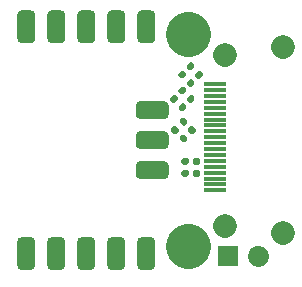
<source format=gbr>
%TF.GenerationSoftware,KiCad,Pcbnew,(5.1.9)-1*%
%TF.CreationDate,2021-02-17T22:30:47-05:00*%
%TF.ProjectId,dvi-sock,6476692d-736f-4636-9b2e-6b696361645f,rev?*%
%TF.SameCoordinates,Original*%
%TF.FileFunction,Soldermask,Top*%
%TF.FilePolarity,Negative*%
%FSLAX46Y46*%
G04 Gerber Fmt 4.6, Leading zero omitted, Abs format (unit mm)*
G04 Created by KiCad (PCBNEW (5.1.9)-1) date 2021-02-17 22:30:47*
%MOMM*%
%LPD*%
G01*
G04 APERTURE LIST*
%ADD10C,3.800000*%
%ADD11C,0.100000*%
%ADD12C,1.800000*%
%ADD13C,0.700000*%
%ADD14C,2.000000*%
%ADD15C,2.100000*%
%ADD16C,1.900000*%
%ADD17R,1.900000X0.300000*%
%ADD18R,1.700000X1.700000*%
%ADD19O,1.700000X1.700000*%
%ADD20C,0.600000*%
G04 APERTURE END LIST*
D10*
X156500000Y-94000000D02*
X156500000Y-94000000D01*
D11*
X156039380Y-79439380D02*
X156039380Y-79439380D01*
X156760620Y-80160620D02*
X156760620Y-80160620D01*
X159900000Y-94800000D02*
X159900000Y-94800000D01*
D12*
X162440000Y-94800000D02*
X162440000Y-94800000D01*
D10*
X156500000Y-76000000D02*
X156500000Y-76000000D01*
D13*
X142840000Y-95500000D02*
X142840000Y-95500000D01*
D11*
X142840000Y-94600000D02*
X142840000Y-94600000D01*
X145380000Y-94600000D02*
X145380000Y-94600000D01*
D13*
X145380000Y-95500000D02*
X145380000Y-95500000D01*
X147920000Y-95500000D02*
X147920000Y-95500000D01*
D11*
X147920000Y-94600000D02*
X147920000Y-94600000D01*
X150460000Y-94600000D02*
X150460000Y-94600000D01*
D13*
X150460000Y-95500000D02*
X150460000Y-95500000D01*
X153000000Y-95500000D02*
X153000000Y-95500000D01*
D11*
X153000000Y-94600000D02*
X153000000Y-94600000D01*
X157250000Y-87810000D02*
X157250000Y-87810000D01*
X157250000Y-86790000D02*
X157250000Y-86790000D01*
X156139380Y-84860620D02*
X156139380Y-84860620D01*
X156860620Y-84139380D02*
X156860620Y-84139380D01*
X156739380Y-78739380D02*
X156739380Y-78739380D01*
X157460620Y-79460620D02*
X157460620Y-79460620D01*
X156300000Y-87810000D02*
X156300000Y-87810000D01*
X156300000Y-86790000D02*
X156300000Y-86790000D01*
X156039380Y-80789380D02*
X156039380Y-80789380D01*
X156760620Y-81510620D02*
X156760620Y-81510620D01*
D13*
X153000000Y-74500000D02*
X153000000Y-74500000D01*
D11*
X153000000Y-75400000D02*
X153000000Y-75400000D01*
X150460000Y-75400000D02*
X150460000Y-75400000D01*
D13*
X150460000Y-74500000D02*
X150460000Y-74500000D01*
X147920000Y-74500000D02*
X147920000Y-74500000D01*
D11*
X147920000Y-75400000D02*
X147920000Y-75400000D01*
D13*
X145380000Y-74500000D02*
X145380000Y-74500000D01*
D11*
X145380000Y-75400000D02*
X145380000Y-75400000D01*
X142840000Y-75400000D02*
X142840000Y-75400000D01*
D13*
X142840000Y-74500000D02*
X142840000Y-74500000D01*
X154400000Y-87540000D02*
X154400000Y-87540000D01*
D11*
X153500000Y-87540000D02*
X153500000Y-87540000D01*
D13*
X154400000Y-85000000D02*
X154400000Y-85000000D01*
D11*
X153500000Y-85000000D02*
X153500000Y-85000000D01*
D13*
X154400000Y-82460000D02*
X154400000Y-82460000D01*
D11*
X153500000Y-82460000D02*
X153500000Y-82460000D01*
X155439380Y-84160620D02*
X155439380Y-84160620D01*
X156160620Y-83439380D02*
X156160620Y-83439380D01*
X158800000Y-80250000D02*
X158800000Y-80250000D01*
X158800000Y-80750000D02*
X158800000Y-80750000D01*
X158800000Y-81250000D02*
X158800000Y-81250000D01*
X158800000Y-81750000D02*
X158800000Y-81750000D01*
X158800000Y-82250000D02*
X158800000Y-82250000D01*
X158800000Y-82750000D02*
X158800000Y-82750000D01*
X158800000Y-83250000D02*
X158800000Y-83250000D01*
X158800000Y-83750000D02*
X158800000Y-83750000D01*
X158800000Y-84250000D02*
X158800000Y-84250000D01*
X158800000Y-84750000D02*
X158800000Y-84750000D01*
X158800000Y-85250000D02*
X158800000Y-85250000D01*
X158800000Y-85750000D02*
X158800000Y-85750000D01*
X158800000Y-86250000D02*
X158800000Y-86250000D01*
X158800000Y-86750000D02*
X158800000Y-86750000D01*
X158800000Y-87250000D02*
X158800000Y-87250000D01*
X158800000Y-87750000D02*
X158800000Y-87750000D01*
X158800000Y-88250000D02*
X158800000Y-88250000D01*
X158800000Y-88750000D02*
X158800000Y-88750000D01*
X158800000Y-89250000D02*
X158800000Y-89250000D01*
D14*
X164600000Y-77150000D02*
X164600000Y-77150000D01*
X159700000Y-77750000D02*
X159700000Y-77750000D01*
X159700000Y-92250000D02*
X159700000Y-92250000D01*
X164600000Y-92850000D02*
X164600000Y-92850000D01*
D11*
X155339380Y-81489380D02*
X155339380Y-81489380D01*
X156060620Y-82210620D02*
X156060620Y-82210620D01*
D15*
%TO.C,REF\u002A\u002A*%
X156500000Y-94000000D03*
%TD*%
%TO.C,REF\u002A\u002A*%
X156500000Y-76000000D03*
%TD*%
D16*
%TO.C,J4*%
X164599960Y-77149400D03*
X164599960Y-92849400D03*
X159699960Y-77749400D03*
X159699960Y-92249400D03*
D17*
X158799960Y-89249400D03*
X158799960Y-88749400D03*
X158799960Y-88249400D03*
X158799960Y-87749400D03*
X158799960Y-87249400D03*
X158799960Y-86749400D03*
X158799960Y-86249400D03*
X158799960Y-85749400D03*
X158799960Y-85249400D03*
X158799960Y-84749400D03*
X158799960Y-84249400D03*
X158799960Y-83749400D03*
X158799960Y-83249400D03*
X158799960Y-82749400D03*
X158799960Y-82249400D03*
X158799960Y-81749400D03*
X158799960Y-81249400D03*
X158799960Y-80749400D03*
X158799960Y-80249400D03*
%TD*%
D18*
%TO.C,J5*%
X159900620Y-94800420D03*
D19*
X162440620Y-94800420D03*
%TD*%
%TO.C,J1*%
G36*
G01*
X142077440Y-95620260D02*
X142077440Y-93582260D01*
G75*
G02*
X142458440Y-93201260I381000J0D01*
G01*
X143220440Y-93201260D01*
G75*
G02*
X143601440Y-93582260I0J-381000D01*
G01*
X143601440Y-95620260D01*
G75*
G02*
X143220440Y-96001260I-381000J0D01*
G01*
X142458440Y-96001260D01*
G75*
G02*
X142077440Y-95620260I0J381000D01*
G01*
G37*
D20*
X142839440Y-95501260D03*
G36*
G01*
X144617440Y-95620260D02*
X144617440Y-93582260D01*
G75*
G02*
X144998440Y-93201260I381000J0D01*
G01*
X145760440Y-93201260D01*
G75*
G02*
X146141440Y-93582260I0J-381000D01*
G01*
X146141440Y-95620260D01*
G75*
G02*
X145760440Y-96001260I-381000J0D01*
G01*
X144998440Y-96001260D01*
G75*
G02*
X144617440Y-95620260I0J381000D01*
G01*
G37*
X145379440Y-95501260D03*
X147919440Y-95501260D03*
G36*
G01*
X147157440Y-95620260D02*
X147157440Y-93582260D01*
G75*
G02*
X147538440Y-93201260I381000J0D01*
G01*
X148300440Y-93201260D01*
G75*
G02*
X148681440Y-93582260I0J-381000D01*
G01*
X148681440Y-95620260D01*
G75*
G02*
X148300440Y-96001260I-381000J0D01*
G01*
X147538440Y-96001260D01*
G75*
G02*
X147157440Y-95620260I0J381000D01*
G01*
G37*
G36*
G01*
X149697440Y-95620260D02*
X149697440Y-93582260D01*
G75*
G02*
X150078440Y-93201260I381000J0D01*
G01*
X150840440Y-93201260D01*
G75*
G02*
X151221440Y-93582260I0J-381000D01*
G01*
X151221440Y-95620260D01*
G75*
G02*
X150840440Y-96001260I-381000J0D01*
G01*
X150078440Y-96001260D01*
G75*
G02*
X149697440Y-95620260I0J381000D01*
G01*
G37*
X150459440Y-95501260D03*
G36*
G01*
X152237440Y-95620260D02*
X152237440Y-93582260D01*
G75*
G02*
X152618440Y-93201260I381000J0D01*
G01*
X153380440Y-93201260D01*
G75*
G02*
X153761440Y-93582260I0J-381000D01*
G01*
X153761440Y-95620260D01*
G75*
G02*
X153380440Y-96001260I-381000J0D01*
G01*
X152618440Y-96001260D01*
G75*
G02*
X152237440Y-95620260I0J381000D01*
G01*
G37*
X152999440Y-95501260D03*
%TD*%
%TO.C,J3*%
X154403860Y-87536020D03*
G36*
G01*
X154522860Y-88298020D02*
X152484860Y-88298020D01*
G75*
G02*
X152103860Y-87917020I0J381000D01*
G01*
X152103860Y-87155020D01*
G75*
G02*
X152484860Y-86774020I381000J0D01*
G01*
X154522860Y-86774020D01*
G75*
G02*
X154903860Y-87155020I0J-381000D01*
G01*
X154903860Y-87917020D01*
G75*
G02*
X154522860Y-88298020I-381000J0D01*
G01*
G37*
G36*
G01*
X154522860Y-85758020D02*
X152484860Y-85758020D01*
G75*
G02*
X152103860Y-85377020I0J381000D01*
G01*
X152103860Y-84615020D01*
G75*
G02*
X152484860Y-84234020I381000J0D01*
G01*
X154522860Y-84234020D01*
G75*
G02*
X154903860Y-84615020I0J-381000D01*
G01*
X154903860Y-85377020D01*
G75*
G02*
X154522860Y-85758020I-381000J0D01*
G01*
G37*
X154403860Y-84996020D03*
G36*
G01*
X154522860Y-83218020D02*
X152484860Y-83218020D01*
G75*
G02*
X152103860Y-82837020I0J381000D01*
G01*
X152103860Y-82075020D01*
G75*
G02*
X152484860Y-81694020I381000J0D01*
G01*
X154522860Y-81694020D01*
G75*
G02*
X154903860Y-82075020I0J-381000D01*
G01*
X154903860Y-82837020D01*
G75*
G02*
X154522860Y-83218020I-381000J0D01*
G01*
G37*
X154403860Y-82456020D03*
%TD*%
%TO.C,J2*%
G36*
G01*
X153763980Y-74381940D02*
X153763980Y-76419940D01*
G75*
G02*
X153382980Y-76800940I-381000J0D01*
G01*
X152620980Y-76800940D01*
G75*
G02*
X152239980Y-76419940I0J381000D01*
G01*
X152239980Y-74381940D01*
G75*
G02*
X152620980Y-74000940I381000J0D01*
G01*
X153382980Y-74000940D01*
G75*
G02*
X153763980Y-74381940I0J-381000D01*
G01*
G37*
X153001980Y-74500940D03*
G36*
G01*
X151223980Y-74381940D02*
X151223980Y-76419940D01*
G75*
G02*
X150842980Y-76800940I-381000J0D01*
G01*
X150080980Y-76800940D01*
G75*
G02*
X149699980Y-76419940I0J381000D01*
G01*
X149699980Y-74381940D01*
G75*
G02*
X150080980Y-74000940I381000J0D01*
G01*
X150842980Y-74000940D01*
G75*
G02*
X151223980Y-74381940I0J-381000D01*
G01*
G37*
X150461980Y-74500940D03*
X147921980Y-74500940D03*
G36*
G01*
X148683980Y-74381940D02*
X148683980Y-76419940D01*
G75*
G02*
X148302980Y-76800940I-381000J0D01*
G01*
X147540980Y-76800940D01*
G75*
G02*
X147159980Y-76419940I0J381000D01*
G01*
X147159980Y-74381940D01*
G75*
G02*
X147540980Y-74000940I381000J0D01*
G01*
X148302980Y-74000940D01*
G75*
G02*
X148683980Y-74381940I0J-381000D01*
G01*
G37*
G36*
G01*
X146143980Y-74381940D02*
X146143980Y-76419940D01*
G75*
G02*
X145762980Y-76800940I-381000J0D01*
G01*
X145000980Y-76800940D01*
G75*
G02*
X144619980Y-76419940I0J381000D01*
G01*
X144619980Y-74381940D01*
G75*
G02*
X145000980Y-74000940I381000J0D01*
G01*
X145762980Y-74000940D01*
G75*
G02*
X146143980Y-74381940I0J-381000D01*
G01*
G37*
X145381980Y-74500940D03*
G36*
G01*
X143603980Y-74381940D02*
X143603980Y-76419940D01*
G75*
G02*
X143222980Y-76800940I-381000J0D01*
G01*
X142460980Y-76800940D01*
G75*
G02*
X142079980Y-76419940I0J381000D01*
G01*
X142079980Y-74381940D01*
G75*
G02*
X142460980Y-74000940I381000J0D01*
G01*
X143222980Y-74000940D01*
G75*
G02*
X143603980Y-74381940I0J-381000D01*
G01*
G37*
X142841980Y-74500940D03*
%TD*%
%TO.C,R8*%
G36*
G01*
X157433860Y-87059800D02*
X157063860Y-87059800D01*
G75*
G02*
X156928860Y-86924800I0J135000D01*
G01*
X156928860Y-86654800D01*
G75*
G02*
X157063860Y-86519800I135000J0D01*
G01*
X157433860Y-86519800D01*
G75*
G02*
X157568860Y-86654800I0J-135000D01*
G01*
X157568860Y-86924800D01*
G75*
G02*
X157433860Y-87059800I-135000J0D01*
G01*
G37*
G36*
G01*
X157433860Y-88079800D02*
X157063860Y-88079800D01*
G75*
G02*
X156928860Y-87944800I0J135000D01*
G01*
X156928860Y-87674800D01*
G75*
G02*
X157063860Y-87539800I135000J0D01*
G01*
X157433860Y-87539800D01*
G75*
G02*
X157568860Y-87674800I0J-135000D01*
G01*
X157568860Y-87944800D01*
G75*
G02*
X157433860Y-88079800I-135000J0D01*
G01*
G37*
%TD*%
%TO.C,R7*%
G36*
G01*
X156483900Y-87059800D02*
X156113900Y-87059800D01*
G75*
G02*
X155978900Y-86924800I0J135000D01*
G01*
X155978900Y-86654800D01*
G75*
G02*
X156113900Y-86519800I135000J0D01*
G01*
X156483900Y-86519800D01*
G75*
G02*
X156618900Y-86654800I0J-135000D01*
G01*
X156618900Y-86924800D01*
G75*
G02*
X156483900Y-87059800I-135000J0D01*
G01*
G37*
G36*
G01*
X156483900Y-88079800D02*
X156113900Y-88079800D01*
G75*
G02*
X155978900Y-87944800I0J135000D01*
G01*
X155978900Y-87674800D01*
G75*
G02*
X156113900Y-87539800I135000J0D01*
G01*
X156483900Y-87539800D01*
G75*
G02*
X156618900Y-87674800I0J-135000D01*
G01*
X156618900Y-87944800D01*
G75*
G02*
X156483900Y-88079800I-135000J0D01*
G01*
G37*
%TD*%
%TO.C,R1*%
G36*
G01*
X157137891Y-79401200D02*
X157399520Y-79139571D01*
G75*
G02*
X157590438Y-79139571I95459J-95459D01*
G01*
X157781357Y-79330490D01*
G75*
G02*
X157781357Y-79521408I-95459J-95459D01*
G01*
X157519728Y-79783037D01*
G75*
G02*
X157328810Y-79783037I-95459J95459D01*
G01*
X157137891Y-79592118D01*
G75*
G02*
X157137891Y-79401200I95459J95459D01*
G01*
G37*
G36*
G01*
X156416643Y-78679952D02*
X156678272Y-78418323D01*
G75*
G02*
X156869190Y-78418323I95459J-95459D01*
G01*
X157060109Y-78609242D01*
G75*
G02*
X157060109Y-78800160I-95459J-95459D01*
G01*
X156798480Y-79061789D01*
G75*
G02*
X156607562Y-79061789I-95459J95459D01*
G01*
X156416643Y-78870870D01*
G75*
G02*
X156416643Y-78679952I95459J95459D01*
G01*
G37*
%TD*%
%TO.C,R2*%
G36*
G01*
X156436851Y-80099700D02*
X156698480Y-79838071D01*
G75*
G02*
X156889398Y-79838071I95459J-95459D01*
G01*
X157080317Y-80028990D01*
G75*
G02*
X157080317Y-80219908I-95459J-95459D01*
G01*
X156818688Y-80481537D01*
G75*
G02*
X156627770Y-80481537I-95459J95459D01*
G01*
X156436851Y-80290618D01*
G75*
G02*
X156436851Y-80099700I95459J95459D01*
G01*
G37*
G36*
G01*
X155715603Y-79378452D02*
X155977232Y-79116823D01*
G75*
G02*
X156168150Y-79116823I95459J-95459D01*
G01*
X156359069Y-79307742D01*
G75*
G02*
X156359069Y-79498660I-95459J-95459D01*
G01*
X156097440Y-79760289D01*
G75*
G02*
X155906522Y-79760289I-95459J95459D01*
G01*
X155715603Y-79569370D01*
G75*
G02*
X155715603Y-79378452I95459J95459D01*
G01*
G37*
%TD*%
%TO.C,R4*%
G36*
G01*
X155738351Y-82149480D02*
X155999980Y-81887851D01*
G75*
G02*
X156190898Y-81887851I95459J-95459D01*
G01*
X156381817Y-82078770D01*
G75*
G02*
X156381817Y-82269688I-95459J-95459D01*
G01*
X156120188Y-82531317D01*
G75*
G02*
X155929270Y-82531317I-95459J95459D01*
G01*
X155738351Y-82340398D01*
G75*
G02*
X155738351Y-82149480I95459J95459D01*
G01*
G37*
G36*
G01*
X155017103Y-81428232D02*
X155278732Y-81166603D01*
G75*
G02*
X155469650Y-81166603I95459J-95459D01*
G01*
X155660569Y-81357522D01*
G75*
G02*
X155660569Y-81548440I-95459J-95459D01*
G01*
X155398940Y-81810069D01*
G75*
G02*
X155208022Y-81810069I-95459J95459D01*
G01*
X155017103Y-81619150D01*
G75*
G02*
X155017103Y-81428232I95459J95459D01*
G01*
G37*
%TD*%
%TO.C,R3*%
G36*
G01*
X156439391Y-81450980D02*
X156701020Y-81189351D01*
G75*
G02*
X156891938Y-81189351I95459J-95459D01*
G01*
X157082857Y-81380270D01*
G75*
G02*
X157082857Y-81571188I-95459J-95459D01*
G01*
X156821228Y-81832817D01*
G75*
G02*
X156630310Y-81832817I-95459J95459D01*
G01*
X156439391Y-81641898D01*
G75*
G02*
X156439391Y-81450980I95459J95459D01*
G01*
G37*
G36*
G01*
X155718143Y-80729732D02*
X155979772Y-80468103D01*
G75*
G02*
X156170690Y-80468103I95459J-95459D01*
G01*
X156361609Y-80659022D01*
G75*
G02*
X156361609Y-80849940I-95459J-95459D01*
G01*
X156099980Y-81111569D01*
G75*
G02*
X155909062Y-81111569I-95459J95459D01*
G01*
X155718143Y-80920650D01*
G75*
G02*
X155718143Y-80729732I95459J95459D01*
G01*
G37*
%TD*%
%TO.C,R6*%
G36*
G01*
X156800080Y-84461829D02*
X156538451Y-84200200D01*
G75*
G02*
X156538451Y-84009282I95459J95459D01*
G01*
X156729370Y-83818363D01*
G75*
G02*
X156920288Y-83818363I95459J-95459D01*
G01*
X157181917Y-84079992D01*
G75*
G02*
X157181917Y-84270910I-95459J-95459D01*
G01*
X156990998Y-84461829D01*
G75*
G02*
X156800080Y-84461829I-95459J95459D01*
G01*
G37*
G36*
G01*
X156078832Y-85183077D02*
X155817203Y-84921448D01*
G75*
G02*
X155817203Y-84730530I95459J95459D01*
G01*
X156008122Y-84539611D01*
G75*
G02*
X156199040Y-84539611I95459J-95459D01*
G01*
X156460669Y-84801240D01*
G75*
G02*
X156460669Y-84992158I-95459J-95459D01*
G01*
X156269750Y-85183077D01*
G75*
G02*
X156078832Y-85183077I-95459J95459D01*
G01*
G37*
%TD*%
%TO.C,R5*%
G36*
G01*
X155377792Y-84484577D02*
X155116163Y-84222948D01*
G75*
G02*
X155116163Y-84032030I95459J95459D01*
G01*
X155307082Y-83841111D01*
G75*
G02*
X155498000Y-83841111I95459J-95459D01*
G01*
X155759629Y-84102740D01*
G75*
G02*
X155759629Y-84293658I-95459J-95459D01*
G01*
X155568710Y-84484577D01*
G75*
G02*
X155377792Y-84484577I-95459J95459D01*
G01*
G37*
G36*
G01*
X156099040Y-83763329D02*
X155837411Y-83501700D01*
G75*
G02*
X155837411Y-83310782I95459J95459D01*
G01*
X156028330Y-83119863D01*
G75*
G02*
X156219248Y-83119863I95459J-95459D01*
G01*
X156480877Y-83381492D01*
G75*
G02*
X156480877Y-83572410I-95459J-95459D01*
G01*
X156289958Y-83763329D01*
G75*
G02*
X156099040Y-83763329I-95459J95459D01*
G01*
G37*
%TD*%
M02*

</source>
